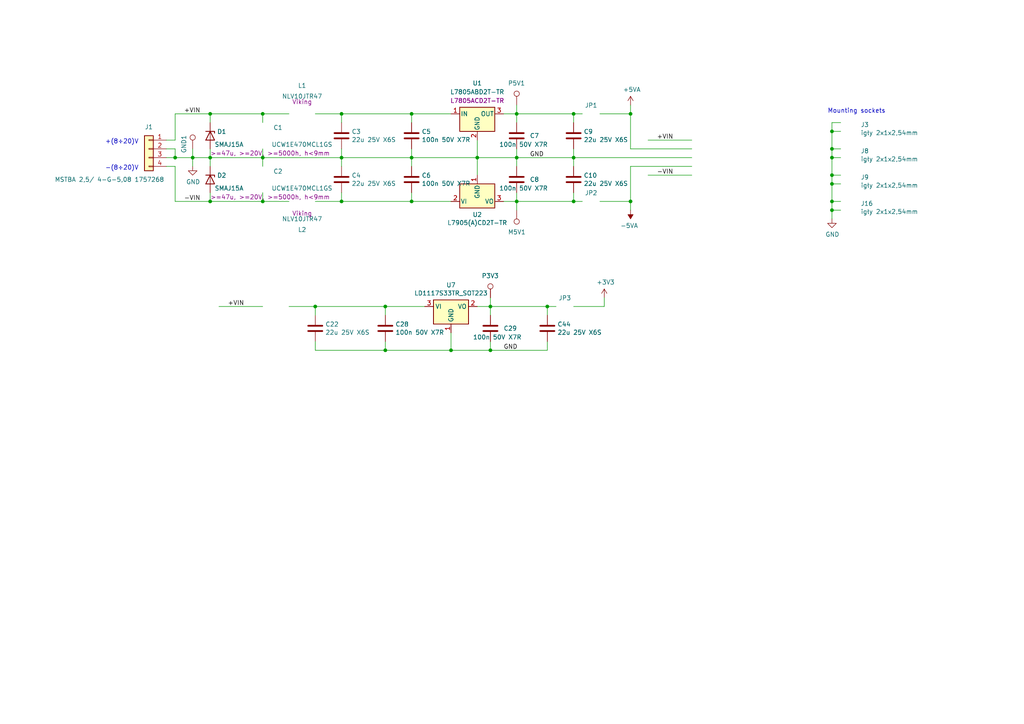
<source format=kicad_sch>
(kicad_sch (version 20230121) (generator eeschema)
  (paper "A4")
  (lib_symbols
    (symbol "Connector:TestPoint" (pin_numbers hide) (pin_names (offset 0.762) hide)
      (property "Reference" "TP" (at 0 6.858 0))
      (property "Value" "TestPoint" (at 0 5.08 0))
      (symbol "TestPoint_0_1"
        (circle (center 0 3.302) (radius 0.762))
      )
      (symbol "TestPoint_1_1"
        (pin passive line (at 0 0 90) (length 2.54) (name "1") (number "1"))
      )
    )
    (symbol "Connector_Generic:Conn_01x04" (pin_names (offset 1.016) hide)
      (property "Reference" "J" (at 0 5.08 0))
      (property "Value" "Conn_01x04" (at 0 -7.62 0))
      (symbol "Conn_01x04_1_1"
        (rectangle (start -1.27 -4.953) (end 0 -5.207) (stroke (width 0.1524)))
        (rectangle (start -1.27 -2.413) (end 0 -2.667) (stroke (width 0.1524)))
        (rectangle (start -1.27 0.127) (end 0 -0.127) (stroke (width 0.1524)))
        (rectangle (start -1.27 2.667) (end 0 2.413) (stroke (width 0.1524)))
        (rectangle (start -1.27 3.81) (end 1.27 -6.35) (stroke (width 0.254)) (fill (type background)))
        (pin passive line (at -5.08 2.54 0) (length 3.81) (name "Pin_1") (number "1"))
        (pin passive line (at -5.08 0 0) (length 3.81) (name "Pin_2") (number "2"))
        (pin passive line (at -5.08 -2.54 0) (length 3.81) (name "Pin_3") (number "3"))
        (pin passive line (at -5.08 -5.08 0) (length 3.81) (name "Pin_4") (number "4"))
      )
    )
    (symbol "Device:C" (pin_numbers hide) (pin_names (offset 0.254))
      (property "Reference" "C" (at 0.635 2.54 0))
      (property "Value" "C" (at 0.635 -2.54 0))
      (symbol "C_0_1"
        (polyline (pts (xy -2.032 -0.762) (xy 2.032 -0.762)) (stroke (width 0.508)))
        (polyline (pts (xy -2.032 0.762) (xy 2.032 0.762)) (stroke (width 0.508)))
      )
      (symbol "C_1_1"
        (pin passive line (at 0 3.81 270) (length 2.794) (name "~") (number "1"))
        (pin passive line (at 0 -3.81 90) (length 2.794) (name "~") (number "2"))
      )
    )
    (symbol "Device:D_Zener" (pin_numbers hide) (pin_names (offset 1.016) hide)
      (property "Reference" "D" (at 0 2.54 0))
      (property "Value" "D_Zener" (at 0 -2.54 0))
      (symbol "D_Zener_0_1"
        (polyline (pts (xy 1.27 0) (xy -1.27 0)))
        (polyline (pts (xy -1.27 -1.27) (xy -1.27 1.27) (xy -0.762 1.27)) (stroke (width 0.254)))
        (polyline (pts (xy 1.27 -1.27) (xy 1.27 1.27) (xy -1.27 0) (xy 1.27 -1.27)) (stroke (width 0.254)))
      )
      (symbol "D_Zener_1_1"
        (pin passive line (at -3.81 0 0) (length 2.54) (name "K") (number "1"))
        (pin passive line (at 3.81 0 180) (length 2.54) (name "A") (number "2"))
      )
    )
    (symbol "Regulator_Linear:L7805" (pin_names (offset 0.254))
      (property "Reference" "U" (at -3.81 3.175 0))
      (property "Value" "L7805" (at 0 3.175 0))
      (symbol "L7805_0_1"
        (rectangle (start -5.08 1.905) (end 5.08 -5.08) (stroke (width 0.254)) (fill (type background)))
      )
      (symbol "L7805_1_1"
        (pin power_in line (at -7.62 0 0) (length 2.54) (name "IN") (number "1"))
        (pin power_in line (at 0 -7.62 90) (length 2.54) (name "GND") (number "2"))
        (pin power_out line (at 7.62 0 180) (length 2.54) (name "OUT") (number "3"))
      )
    )
    (symbol "Regulator_Linear:L7905" (pin_names (offset 0.254))
      (property "Reference" "U" (at -3.81 -3.175 0))
      (property "Value" "L7905" (at 0 -3.175 0))
      (symbol "L7905_0_1"
        (rectangle (start -5.08 5.08) (end 5.08 -1.905) (stroke (width 0.254)) (fill (type background)))
      )
      (symbol "L7905_1_1"
        (pin power_in line (at 0 7.62 270) (length 2.54) (name "GND") (number "1"))
        (pin power_in line (at -7.62 0 0) (length 2.54) (name "VI") (number "2"))
        (pin power_out line (at 7.62 0 180) (length 2.54) (name "VO") (number "3"))
      )
    )
    (symbol "Regulator_Linear:LD1117S33TR_SOT223"
      (property "Reference" "U" (at -3.81 3.175 0))
      (property "Value" "LD1117S33TR_SOT223" (at 0 3.175 0))
      (symbol "LD1117S33TR_SOT223_0_1"
        (rectangle (start -5.08 -5.08) (end 5.08 1.905) (stroke (width 0.254)) (fill (type background)))
      )
      (symbol "LD1117S33TR_SOT223_1_1"
        (pin power_in line (at 0 -7.62 90) (length 2.54) (name "GND") (number "1"))
        (pin power_out line (at 7.62 0 180) (length 2.54) (name "VO") (number "2"))
        (pin power_in line (at -7.62 0 0) (length 2.54) (name "VI") (number "3"))
      )
    )
    (symbol "power:+3V3" (power) (pin_names (offset 0))
      (property "Value" "+3V3" (at 0 3.556 0))
      (symbol "+3V3_0_1"
        (polyline (pts (xy -0.762 1.27) (xy 0 2.54)))
        (polyline (pts (xy 0 0) (xy 0 2.54)))
        (polyline (pts (xy 0 2.54) (xy 0.762 1.27)))
      )
      (symbol "+3V3_1_1"
        (pin power_in line (at 0 0 90) (length 0) hide (name "+3V3") (number "1"))
      )
    )
    (symbol "power:+5VA" (power) (pin_names (offset 0))
      (property "Value" "+5VA" (at 0 3.556 0))
      (symbol "+5VA_0_1"
        (polyline (pts (xy -0.762 1.27) (xy 0 2.54)))
        (polyline (pts (xy 0 0) (xy 0 2.54)))
        (polyline (pts (xy 0 2.54) (xy 0.762 1.27)))
      )
      (symbol "+5VA_1_1"
        (pin power_in line (at 0 0 90) (length 0) hide (name "+5VA") (number "1"))
      )
    )
    (symbol "power:-5VA" (power) (pin_names (offset 0))
      (property "Value" "-5VA" (at 0 3.81 0))
      (symbol "-5VA_0_0"
        (pin power_in line (at 0 0 90) (length 0) hide (name "-5VA") (number "1"))
      )
      (symbol "-5VA_0_1"
        (polyline (pts (xy 0 0) (xy 0 1.27) (xy 0.762 1.27) (xy 0 2.54) (xy -0.762 1.27) (xy 0 1.27)) (fill (type outline)))
      )
    )
    (symbol "power:GND" (power) (pin_names (offset 0))
      (property "Value" "GND" (at 0 -3.81 0))
      (symbol "GND_0_1"
        (polyline (pts (xy 0 0) (xy 0 -1.27) (xy 1.27 -1.27) (xy 0 -2.54) (xy -1.27 -1.27) (xy 0 -1.27)))
      )
      (symbol "GND_1_1"
        (pin power_in line (at 0 0 270) (length 0) hide (name "GND") (number "1"))
      )
    )
  )
  (junction (at 149.86 33.02))
  (junction (at 60.96 58.42))
  (junction (at 149.86 45.72))
  (junction (at 182.88 58.42))
  (junction (at 130.81 101.6))
  (junction (at 166.37 33.02))
  (junction (at 142.24 101.6))
  (junction (at 50.8 45.72))
  (junction (at 99.06 58.42))
  (junction (at 119.38 58.42))
  (junction (at 241.3 38.1))
  (junction (at 76.2 45.72))
  (junction (at 99.06 45.72))
  (junction (at 119.38 33.02))
  (junction (at 182.88 33.02))
  (junction (at 99.06 33.02))
  (junction (at 111.76 101.6))
  (junction (at 241.3 45.72))
  (junction (at 138.43 45.72))
  (junction (at 241.3 60.96))
  (junction (at 241.3 50.8))
  (junction (at 241.3 58.42))
  (junction (at 60.96 33.02))
  (junction (at 166.37 58.42))
  (junction (at 142.24 88.9))
  (junction (at 158.75 88.9))
  (junction (at 55.88 45.72))
  (junction (at 76.2 33.02))
  (junction (at 60.96 45.72))
  (junction (at 149.86 58.42))
  (junction (at 166.37 45.72))
  (junction (at 76.2 58.42))
  (junction (at 241.3 43.18))
  (junction (at 111.76 88.9))
  (junction (at 119.38 45.72))
  (junction (at 91.44 88.9))
  (junction (at 241.3 53.34))
  (wire (pts (xy 138.43 45.72) (xy 138.43 40.64)))
  (wire (pts (xy 91.44 91.44) (xy 91.44 88.9)))
  (wire (pts (xy 50.8 45.72) (xy 55.88 45.72)))
  (wire (pts (xy 187.96 40.64) (xy 200.66 40.64)))
  (wire (pts (xy 241.3 50.8) (xy 241.3 45.72)))
  (wire (pts (xy 119.38 33.02) (xy 130.81 33.02)))
  (wire (pts (xy 50.8 40.64) (xy 50.8 33.02)))
  (wire (pts (xy 111.76 101.6) (xy 130.81 101.6)))
  (wire (pts (xy 166.37 88.9) (xy 175.26 88.9)))
  (wire (pts (xy 149.86 45.72) (xy 166.37 45.72)))
  (wire (pts (xy 142.24 99.06) (xy 142.24 101.6)))
  (wire (pts (xy 200.66 50.8) (xy 187.96 50.8)))
  (wire (pts (xy 243.84 60.96) (xy 241.3 60.96)))
  (wire (pts (xy 200.66 48.26) (xy 182.88 48.26)))
  (wire (pts (xy 119.38 45.72) (xy 138.43 45.72)))
  (wire (pts (xy 130.81 101.6) (xy 142.24 101.6)))
  (wire (pts (xy 182.88 58.42) (xy 173.99 58.42)))
  (wire (pts (xy 119.38 33.02) (xy 119.38 35.56)))
  (wire (pts (xy 149.86 33.02) (xy 149.86 35.56)))
  (wire (pts (xy 166.37 48.26) (xy 166.37 45.72)))
  (wire (pts (xy 60.96 55.88) (xy 60.96 58.42)))
  (wire (pts (xy 50.8 58.42) (xy 50.8 48.26)))
  (wire (pts (xy 149.86 45.72) (xy 149.86 48.26)))
  (wire (pts (xy 111.76 88.9) (xy 123.19 88.9)))
  (wire (pts (xy 91.44 58.42) (xy 99.06 58.42)))
  (wire (pts (xy 60.96 58.42) (xy 76.2 58.42)))
  (wire (pts (xy 76.2 88.9) (xy 63.5 88.9)))
  (wire (pts (xy 91.44 101.6) (xy 111.76 101.6)))
  (wire (pts (xy 99.06 55.88) (xy 99.06 58.42)))
  (wire (pts (xy 149.86 33.02) (xy 146.05 33.02)))
  (wire (pts (xy 175.26 88.9) (xy 175.26 86.36)))
  (wire (pts (xy 119.38 45.72) (xy 119.38 48.26)))
  (wire (pts (xy 99.06 35.56) (xy 99.06 33.02)))
  (wire (pts (xy 241.3 35.56) (xy 243.84 35.56)))
  (wire (pts (xy 158.75 101.6) (xy 158.75 99.06)))
  (wire (pts (xy 158.75 91.44) (xy 158.75 88.9)))
  (wire (pts (xy 111.76 88.9) (xy 111.76 91.44)))
  (wire (pts (xy 50.8 33.02) (xy 60.96 33.02)))
  (wire (pts (xy 241.3 43.18) (xy 243.84 43.18)))
  (wire (pts (xy 48.26 45.72) (xy 50.8 45.72)))
  (wire (pts (xy 166.37 55.88) (xy 166.37 58.42)))
  (wire (pts (xy 76.2 55.88) (xy 76.2 58.42)))
  (wire (pts (xy 99.06 45.72) (xy 99.06 43.18)))
  (wire (pts (xy 243.84 38.1) (xy 241.3 38.1)))
  (wire (pts (xy 83.82 58.42) (xy 76.2 58.42)))
  (wire (pts (xy 149.86 30.48) (xy 149.86 33.02)))
  (wire (pts (xy 168.91 33.02) (xy 166.37 33.02)))
  (wire (pts (xy 99.06 45.72) (xy 119.38 45.72)))
  (wire (pts (xy 166.37 35.56) (xy 166.37 33.02)))
  (wire (pts (xy 60.96 45.72) (xy 60.96 43.18)))
  (wire (pts (xy 149.86 43.18) (xy 149.86 45.72)))
  (wire (pts (xy 142.24 88.9) (xy 142.24 91.44)))
  (wire (pts (xy 243.84 45.72) (xy 241.3 45.72)))
  (wire (pts (xy 55.88 48.26) (xy 55.88 45.72)))
  (wire (pts (xy 149.86 45.72) (xy 138.43 45.72)))
  (wire (pts (xy 241.3 38.1) (xy 241.3 35.56)))
  (wire (pts (xy 83.82 88.9) (xy 91.44 88.9)))
  (wire (pts (xy 182.88 58.42) (xy 182.88 60.96)))
  (wire (pts (xy 91.44 101.6) (xy 91.44 99.06)))
  (wire (pts (xy 166.37 45.72) (xy 166.37 43.18)))
  (wire (pts (xy 241.3 63.5) (xy 241.3 60.96)))
  (wire (pts (xy 119.38 58.42) (xy 130.81 58.42)))
  (wire (pts (xy 60.96 45.72) (xy 76.2 45.72)))
  (wire (pts (xy 99.06 33.02) (xy 119.38 33.02)))
  (wire (pts (xy 149.86 58.42) (xy 146.05 58.42)))
  (wire (pts (xy 99.06 48.26) (xy 99.06 45.72)))
  (wire (pts (xy 142.24 86.36) (xy 142.24 88.9)))
  (wire (pts (xy 149.86 55.88) (xy 149.86 58.42)))
  (wire (pts (xy 241.3 53.34) (xy 241.3 58.42)))
  (wire (pts (xy 158.75 88.9) (xy 142.24 88.9)))
  (wire (pts (xy 55.88 45.72) (xy 60.96 45.72)))
  (wire (pts (xy 91.44 33.02) (xy 99.06 33.02)))
  (wire (pts (xy 50.8 48.26) (xy 48.26 48.26)))
  (wire (pts (xy 119.38 43.18) (xy 119.38 45.72)))
  (wire (pts (xy 243.84 50.8) (xy 241.3 50.8)))
  (wire (pts (xy 182.88 48.26) (xy 182.88 58.42)))
  (wire (pts (xy 142.24 88.9) (xy 138.43 88.9)))
  (wire (pts (xy 60.96 58.42) (xy 50.8 58.42)))
  (wire (pts (xy 76.2 48.26) (xy 76.2 45.72)))
  (wire (pts (xy 166.37 33.02) (xy 149.86 33.02)))
  (wire (pts (xy 166.37 45.72) (xy 200.66 45.72)))
  (wire (pts (xy 76.2 43.18) (xy 76.2 45.72)))
  (wire (pts (xy 173.99 33.02) (xy 182.88 33.02)))
  (wire (pts (xy 55.88 43.18) (xy 55.88 45.72)))
  (wire (pts (xy 241.3 43.18) (xy 241.3 38.1)))
  (wire (pts (xy 166.37 58.42) (xy 168.91 58.42)))
  (wire (pts (xy 142.24 101.6) (xy 158.75 101.6)))
  (wire (pts (xy 50.8 40.64) (xy 48.26 40.64)))
  (wire (pts (xy 60.96 33.02) (xy 60.96 35.56)))
  (wire (pts (xy 99.06 58.42) (xy 119.38 58.42)))
  (wire (pts (xy 149.86 60.96) (xy 149.86 58.42)))
  (wire (pts (xy 76.2 45.72) (xy 99.06 45.72)))
  (wire (pts (xy 182.88 33.02) (xy 182.88 43.18)))
  (wire (pts (xy 91.44 88.9) (xy 111.76 88.9)))
  (wire (pts (xy 149.86 58.42) (xy 166.37 58.42)))
  (wire (pts (xy 119.38 58.42) (xy 119.38 55.88)))
  (wire (pts (xy 161.29 88.9) (xy 158.75 88.9)))
  (wire (pts (xy 50.8 43.18) (xy 50.8 45.72)))
  (wire (pts (xy 241.3 60.96) (xy 241.3 58.42)))
  (wire (pts (xy 130.81 101.6) (xy 130.81 96.52)))
  (wire (pts (xy 241.3 53.34) (xy 241.3 50.8)))
  (wire (pts (xy 76.2 35.56) (xy 76.2 33.02)))
  (wire (pts (xy 60.96 48.26) (xy 60.96 45.72)))
  (wire (pts (xy 241.3 45.72) (xy 241.3 43.18)))
  (wire (pts (xy 48.26 43.18) (xy 50.8 43.18)))
  (wire (pts (xy 243.84 58.42) (xy 241.3 58.42)))
  (wire (pts (xy 243.84 53.34) (xy 241.3 53.34)))
  (wire (pts (xy 111.76 99.06) (xy 111.76 101.6)))
  (wire (pts (xy 200.66 43.18) (xy 182.88 43.18)))
  (wire (pts (xy 83.82 33.02) (xy 76.2 33.02)))
  (wire (pts (xy 138.43 45.72) (xy 138.43 50.8)))
  (wire (pts (xy 182.88 33.02) (xy 182.88 30.48)))
  (wire (pts (xy 60.96 33.02) (xy 76.2 33.02)))
  (text "-(8÷20)V" (at 30.48 49.53 0) (effects (font (size 1.27 1.27)) (justify left bottom)))
  (text "+(8÷20)V" (at 30.48 41.91 0) (effects (font (size 1.27 1.27)) (justify left bottom)))
  (text "Mounting sockets" (at 240.03 33.02 0) (effects (font (size 1.27 1.27)) (justify left bottom)))
  (label "GND" (at 153.67 45.72 0))
  (label "+VIN" (at 190.5 40.64 0))
  (label "-VIN" (at 190.5 50.8 0))
  (label "GND" (at 146.05 101.6 0))
  (label "-VIN" (at 53.34 58.42 0))
  (label "+VIN" (at 66.04 88.9 0))
  (label "+VIN" (at 53.34 33.02 0))
  (symbol (lib_id "Device:C") (at 119.38 39.37 180) (unit 1)
    (property "Reference" "C5" (at 122.301 38.1762 0) (effects (justify right)))
    (property "Value" "100n 50V X7R" (at 122.301 40.5384 0) (effects (justify right)))
    (property "Footprint" "Capacitors_SMD:C_0603" (effects hide))
  )
  (symbol (lib_id "Regulator_Linear:L7805") (at 138.43 33.02 0) (unit 1)
    (property "Reference" "U1" (at 138.43 24.13 0))
    (property "Value" "L7805ABD2T-TR" (at 138.43 26.67 0))
    (property "Footprint" "Package_TO_SOT_SMD:TO-263-2" (effects hide))
    (property "Datasheet" "http://www.st.com/content/ccc/resource/technical/document/datasheet/41/4f/b3/b0/12/d4/47/88/CD00000444.pdf/files/CD00000444.pdf/jcr:content/translations/en.CD00000444.pdf" (effects hide))
    (property "Comm" "L7805ACD2T-TR" (at 138.43 29.21 0))
  )
  (symbol (lib_id "Device:Jumper_NO_Small") (at 171.45 58.42 0) (unit 1)
    (property "Reference" "JP2" (at 171.45 55.9562 0))
    (property "Value" "Jumper_NO_Small" (effects hide))
    (property "Footprint" "ff_lib:GS2_small" (effects hide))
  )
  (symbol (lib_id "Device:D_Zener") (at 60.96 52.07 270) (unit 1)
    (property "Reference" "D2" (at 62.9666 50.8762 90) (effects (justify left)))
    (property "Value" "SMAJ15A" (at 62.23 54.61 90) (effects (justify left)))
    (property "Footprint" "Diodes_SMD:D_SMA" (effects hide))
  )
  (symbol (lib_id "Device:CP") (at 76.2 39.37 0) (unit 1)
    (property "Reference" "C1" (at 79.2734 37.0078 0) (effects (justify left)))
    (property "Value" "UCW1E470MCL1GS" (at 78.74 41.91 0) (effects (justify left)))
    (property "Footprint" "Capacitors_SMD:CP_Elec_6.3x7.7" (effects hide))
    (property "Comm" ">=47u, >=20V, >=5000h, h<9mm" (at 60.96 44.45 0) (effects (justify left)))
  )
  (symbol (lib_id "power:-5VA") (at 182.88 60.96 180) (unit 1)
    (property "Reference" "#PWR03" (effects hide))
    (property "Value" "-5VA" (at 182.499 65.4558 0))
  )
  (symbol (lib_id "Connector:TestPoint") (at 55.88 43.18 0) (unit 1)
    (property "Reference" "GND1" (at 53.34 44.45 90) (effects (justify left)))
    (property "Value" "TestPoint" (effects hide))
    (property "Footprint" "Connectors_TestPoints:Test_Point_Bridge_Pitch2.54mm_Drill1.0mm" (effects hide))
  )
  (symbol (lib_id "Connector:Conn_01x02_Female") (at 248.92 43.18 0) (unit 1)
    (property "Reference" "J8" (at 249.6312 43.7896 0) (effects (justify left)))
    (property "Value" "igły 2x1x2,54mm" (at 249.6312 46.1518 0) (effects (justify left)))
    (property "Footprint" "Pin_Headers:Pin_Header_Straight_1x02_Pitch2.54mm" (effects hide))
  )
  (symbol (lib_id "Connector:Conn_01x02_Female") (at 248.92 50.8 0) (unit 1)
    (property "Reference" "J9" (at 249.6312 51.4096 0) (effects (justify left)))
    (property "Value" "igły 2x1x2,54mm" (at 249.6312 53.7718 0) (effects (justify left)))
    (property "Footprint" "Pin_Headers:Pin_Header_Straight_1x02_Pitch2.54mm" (effects hide))
  )
  (symbol (lib_id "Connector:Conn_01x02_Female") (at 248.92 58.42 0) (unit 1)
    (property "Reference" "J16" (at 249.6312 59.0296 0) (effects (justify left)))
    (property "Value" "igły 2x1x2,54mm" (at 249.6312 61.3918 0) (effects (justify left)))
    (property "Footprint" "Pin_Headers:Pin_Header_Straight_1x02_Pitch2.54mm" (effects hide))
  )
  (symbol (lib_id "power:GND") (at 55.88 48.26 0) (unit 1)
    (property "Reference" "#PWR01" (effects hide))
    (property "Value" "GND" (at 56.007 52.7558 0))
  )
  (symbol (lib_id "Device:D_Zener") (at 60.96 39.37 270) (unit 1)
    (property "Reference" "D1" (at 62.9666 38.1762 90) (effects (justify left)))
    (property "Value" "SMAJ15A" (at 62.23 41.91 90) (effects (justify left)))
    (property "Footprint" "Diodes_SMD:D_SMA" (effects hide))
  )
  (symbol (lib_id "Device:CP") (at 76.2 52.07 0) (unit 1)
    (property "Reference" "C2" (at 79.2734 49.7078 0) (effects (justify left)))
    (property "Value" "UCW1E470MCL1GS" (at 78.74 54.61 0) (effects (justify left)))
    (property "Footprint" "Capacitors_SMD:CP_Elec_6.3x7.7" (effects hide))
    (property "Comm" ">=47u, >=20V, >=5000h, h<9mm" (at 60.96 57.15 0) (effects (justify left)))
  )
  (symbol (lib_id "power:+5VA") (at 182.88 30.48 0) (unit 1)
    (property "Reference" "#PWR02" (effects hide))
    (property "Value" "+5VA" (at 183.261 25.9842 0))
  )
  (symbol (lib_id "Device:C") (at 99.06 52.07 0) (unit 1)
    (property "Reference" "C4" (at 101.981 50.8762 0) (effects (justify left)))
    (property "Value" "22u 25V X6S" (at 101.981 53.2384 0) (effects (justify left)))
    (property "Footprint" "Capacitors_SMD:C_1206" (effects hide))
  )
  (symbol (lib_id "Device:C") (at 166.37 39.37 0) (unit 1)
    (property "Reference" "C9" (at 169.291 38.1762 0) (effects (justify left)))
    (property "Value" "22u 25V X6S" (at 169.291 40.5384 0) (effects (justify left)))
    (property "Footprint" "Capacitors_SMD:C_1206" (effects hide))
  )
  (symbol (lib_id "Device:C") (at 119.38 52.07 180) (unit 1)
    (property "Reference" "C6" (at 122.301 50.8762 0) (effects (justify right)))
    (property "Value" "100n 50V X7R" (at 122.301 53.2384 0) (effects (justify right)))
    (property "Footprint" "Capacitors_SMD:C_0603" (effects hide))
  )
  (symbol (lib_id "Device:C") (at 149.86 52.07 180) (unit 1)
    (property "Reference" "C8" (at 153.67 52.07 0) (effects (justify right)))
    (property "Value" "100n 50V X7R" (at 144.78 54.61 0) (effects (justify right)))
    (property "Footprint" "Capacitors_SMD:C_0603" (effects hide))
  )
  (symbol (lib_id "Device:C") (at 149.86 39.37 180) (unit 1)
    (property "Reference" "C7" (at 153.67 39.37 0) (effects (justify right)))
    (property "Value" "100n 50V X7R" (at 144.78 41.91 0) (effects (justify right)))
    (property "Footprint" "Capacitors_SMD:C_0603" (effects hide))
  )
  (symbol (lib_id "Device:L_Core_Ferrite") (at 87.63 33.02 90) (unit 1)
    (property "Reference" "L1" (at 87.63 24.8158 90))
    (property "Value" "NLV10JTR47" (at 87.63 27.94 90))
    (property "Footprint" "Inductors_SMD:L_1210" (effects hide))
    (property "Comm" "Viking" (at 87.63 29.5402 90))
  )
  (symbol (lib_id "Connector:Conn_01x05_Male") (at 205.74 45.72 0) (mirror y) (unit 1)
    (property "Reference" "J2" (at 210.82 44.45 0) (effects (justify left)))
    (property "Value" "igły 5x1x2,54mm" (at 223.52 46.99 0) (effects (justify left)))
    (property "Footprint" "Pin_Headers:Pin_Header_Straight_1x05_Pitch2.54mm" (effects hide))
  )
  (symbol (lib_id "Connector_Generic:Conn_01x04") (at 43.18 43.18 0) (mirror y) (unit 1)
    (property "Reference" "J1" (at 43.18 36.83 0))
    (property "Value" "MSTBA 2,5/ 4-G-5,08 1757268" (at 31.75 52.07 0))
    (property "Footprint" "Connectors_Phoenix:PhoenixContact_MSTBA-G_04x5.08mm_Angled" (effects hide))
  )
  (symbol (lib_id "Device:C") (at 99.06 39.37 0) (unit 1)
    (property "Reference" "C3" (at 101.981 38.1762 0) (effects (justify left)))
    (property "Value" "22u 25V X6S" (at 101.981 40.5384 0) (effects (justify left)))
    (property "Footprint" "Capacitors_SMD:C_1206" (effects hide))
  )
  (symbol (lib_id "Regulator_Linear:L7905") (at 138.43 58.42 0) (unit 1)
    (property "Reference" "U2" (at 138.43 62.2554 0))
    (property "Value" "L7905(A)CD2T-TR" (at 138.43 64.6176 0))
    (property "Footprint" "Package_TO_SOT_SMD:TO-263-2" (effects hide))
    (property "Datasheet" "http://www.st.com/content/ccc/resource/technical/document/datasheet/c9/16/86/41/c7/2b/45/f2/CD00000450.pdf/files/CD00000450.pdf/jcr:content/translations/en.CD00000450.pdf" (effects hide))
  )
  (symbol (lib_id "Device:L_Core_Ferrite") (at 87.63 58.42 90) (mirror x) (unit 1)
    (property "Reference" "L2" (at 87.63 66.6242 90))
    (property "Value" "NLV10JTR47" (at 87.63 63.5 90))
    (property "Footprint" "Inductors_SMD:L_1210" (effects hide))
    (property "Comm" "Viking" (at 87.63 61.8998 90))
  )
  (symbol (lib_id "Connector:TestPoint") (at 149.86 30.48 0) (unit 1)
    (property "Reference" "P5V1" (at 147.32 24.13 0) (effects (justify left)))
    (property "Value" "TestPoint" (effects hide))
    (property "Footprint" "Connectors_TestPoints:Test_Point_THTPad_2.0x2.0mm_Drill1.0mm" (effects hide))
  )
  (symbol (lib_id "Connector:TestPoint") (at 149.86 60.96 0) (mirror x) (unit 1)
    (property "Reference" "M5V1" (at 147.32 67.31 0) (effects (justify left)))
    (property "Value" "TestPoint" (effects hide))
    (property "Footprint" "Connectors_TestPoints:Test_Point_THTPad_2.0x2.0mm_Drill1.0mm" (effects hide))
  )
  (symbol (lib_id "Regulator_Linear:LD1117S33TR_SOT223") (at 130.81 88.9 0) (unit 1)
    (property "Reference" "U7" (at 130.81 82.677 0))
    (property "Value" "LD1117S33TR_SOT223" (at 130.81 85.0392 0))
    (property "Footprint" "Package_TO_SOT_SMD:SOT-223-3_TabPin2" (effects hide))
    (property "Datasheet" "http://www.st.com/st-web-ui/static/active/en/resource/technical/document/datasheet/CD00000544.pdf" (effects hide))
  )
  (symbol (lib_id "Device:C") (at 91.44 95.25 0) (unit 1)
    (property "Reference" "C22" (at 94.361 94.0562 0) (effects (justify left)))
    (property "Value" "22u 25V X6S" (at 94.361 96.4184 0) (effects (justify left)))
    (property "Footprint" "Capacitors_SMD:C_1206" (effects hide))
  )
  (symbol (lib_id "Device:C") (at 111.76 95.25 180) (unit 1)
    (property "Reference" "C28" (at 114.681 94.0562 0) (effects (justify right)))
    (property "Value" "100n 50V X7R" (at 114.681 96.4184 0) (effects (justify right)))
    (property "Footprint" "Capacitors_SMD:C_0603" (effects hide))
  )
  (symbol (lib_id "Device:Jumper_NO_Small") (at 163.83 88.9 0) (unit 1)
    (property "Reference" "JP3" (at 163.83 86.4362 0))
    (property "Value" "Jumper_NO_Small" (effects hide))
    (property "Footprint" "ff_lib:GS2_small" (effects hide))
  )
  (symbol (lib_id "Device:C") (at 158.75 95.25 0) (unit 1)
    (property "Reference" "C44" (at 161.671 94.0562 0) (effects (justify left)))
    (property "Value" "22u 25V X6S" (at 161.671 96.4184 0) (effects (justify left)))
    (property "Footprint" "Capacitors_SMD:C_1206" (effects hide))
  )
  (symbol (lib_id "Device:C") (at 142.24 95.25 180) (unit 1)
    (property "Reference" "C29" (at 146.05 95.25 0) (effects (justify right)))
    (property "Value" "100n 50V X7R" (at 137.16 97.79 0) (effects (justify right)))
    (property "Footprint" "Capacitors_SMD:C_0603" (effects hide))
  )
  (symbol (lib_id "Device:L_Core_Ferrite") (at 80.01 88.9 90) (unit 1)
    (property "Reference" "L4" (at 80.01 80.6958 90))
    (property "Value" "NLV10JTR47" (at 80.01 83.82 90))
    (property "Footprint" "Inductors_SMD:L_1210" (effects hide))
    (property "Comm" "Viking" (at 80.01 85.4202 90))
  )
  (symbol (lib_id "Connector:TestPoint") (at 142.24 86.36 0) (unit 1)
    (property "Reference" "P3V3" (at 139.7 80.01 0) (effects (justify left)))
    (property "Value" "TestPoint" (effects hide))
    (property "Footprint" "Connectors_TestPoints:Test_Point_THTPad_2.0x2.0mm_Drill1.0mm" (effects hide))
  )
  (symbol (lib_id "power:+3V3") (at 175.26 86.36 0) (unit 1)
    (property "Reference" "#PWR050" (effects hide))
    (property "Value" "+3V3" (at 175.641 81.8642 0))
  )
  (symbol (lib_id "Connector:Conn_01x02_Female") (at 248.92 35.56 0) (unit 1)
    (property "Reference" "J3" (at 249.6312 36.1696 0) (effects (justify left)))
    (property "Value" "igły 2x1x2,54mm" (at 249.6312 38.5318 0) (effects (justify left)))
    (property "Footprint" "Pin_Headers:Pin_Header_Straight_1x02_Pitch2.54mm" (effects hide))
  )
  (symbol (lib_id "power:GND") (at 241.3 63.5 0) (unit 1)
    (property "Reference" "#PWR04" (effects hide))
    (property "Value" "GND" (at 241.427 67.9958 0))
  )
  (symbol (lib_id "Device:Jumper_NO_Small") (at 171.45 33.02 0) (unit 1)
    (property "Reference" "JP1" (at 171.45 30.5562 0))
    (property "Value" "Jumper_NO_Small" (effects hide))
    (property "Footprint" "ff_lib:GS2_small" (effects hide))
  )
  (symbol (lib_id "Device:C") (at 166.37 52.07 0) (unit 1)
    (property "Reference" "C10" (at 169.291 50.8762 0) (effects (justify left)))
    (property "Value" "22u 25V X6S" (at 169.291 53.2384 0) (effects (justify left)))
    (property "Footprint" "Capacitors_SMD:C_1206" (effects hide))
  )
)
</source>
